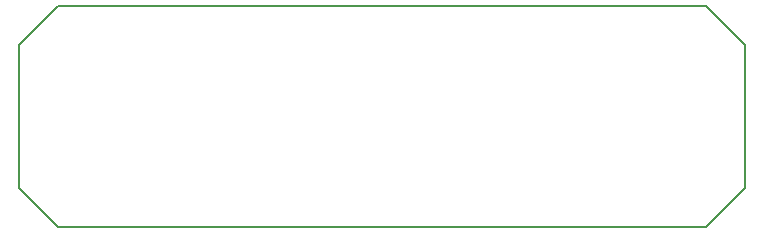
<source format=gbr>
G04 (created by PCBNEW-RS274X (2010-12-28 BZR 2695)-testing) date Sun Apr 24 11:48:03 2011*
G01*
G70*
G90*
%MOIN*%
G04 Gerber Fmt 3.4, Leading zero omitted, Abs format*
%FSLAX34Y34*%
G04 APERTURE LIST*
%ADD10C,0.008000*%
G04 APERTURE END LIST*
G54D10*
X19200Y-14320D02*
X40800Y-14320D01*
X40800Y-21680D02*
X19200Y-21680D01*
X17900Y-20380D02*
X17900Y-15620D01*
X42100Y-20380D02*
X42100Y-15620D01*
X17900Y-20380D02*
X19200Y-21680D01*
X42100Y-20380D02*
X40800Y-21680D01*
X42100Y-15620D02*
X40800Y-14320D01*
X17900Y-15620D02*
X19200Y-14320D01*
M02*

</source>
